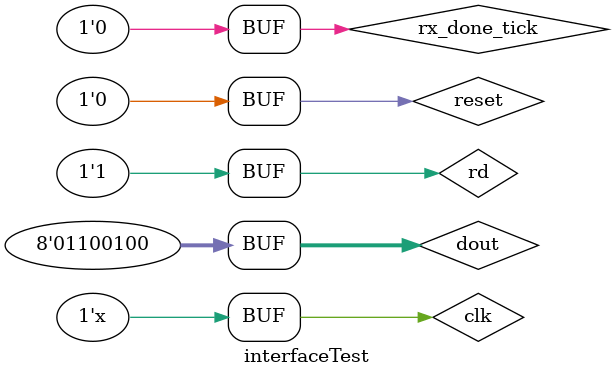
<source format=v>
`timescale 1ns / 1ps

module interfaceTest;

    wire signed[7:0] a, b, d_in; 
	reg [7:0] dout, leds;
	wire [5:0] op;
	reg wr, s_tick, rx_done_tick, rd, tx_done_tick, tx_start, tx_full, clk, reset, rx_empty;
	 

    rx_interface int_rx (clk, reset,rx_done_tick, rd, dout, a, b, op, rx_empty);

    always 
        begin
            #5 clk = ~clk;            
        end
     initial
        begin
            clk = 0;
            reset = 1;
            rx_done_tick = 0;
            rd = 0;
            dout = 0;
            #20 reset = 0;          //#20
            
            #20 dout = 53;          // 5 #40
            rx_done_tick = 1;
            #20 rx_done_tick = 0;   // #60
            #20 dout = 102; // f    // #80
            rx_done_tick = 1;
            #20 rx_done_tick = 0;   // # 100
            #20 dout = 49; // 1     // #120
            rx_done_tick = 1;
            #20 rx_done_tick = 0;   // #140
            #20 dout = 48; // 0     // #160
            rx_done_tick = 1;
            #20 rx_done_tick = 0;   // #180
            #20 dout = 51; // 3     // #200
            rx_done_tick = 1;
            #20 rx_done_tick = 0;   // #220            
            #20 dout = 114; // s    // #240
            rx_done_tick = 1; 
            #20 rx_done_tick = 0;   // #260
            #20 dout = 43; // +     // #280
            rx_done_tick = 1;
            #20 rx_done_tick = 0;   // #300
            #20 dout = 111; // o    // #320
            rx_done_tick = 1;
            #20 rx_done_tick = 0;   // #340
            #20 dout = 100; // d    // #360
            rx_done_tick = 1;
            #20 rx_done_tick = 0;   // #380
            #30 rd = 1;             // #410
            rx_done_tick = 1;
            #20 rx_done_tick = 0;   // #430
            
        end

endmodule
</source>
